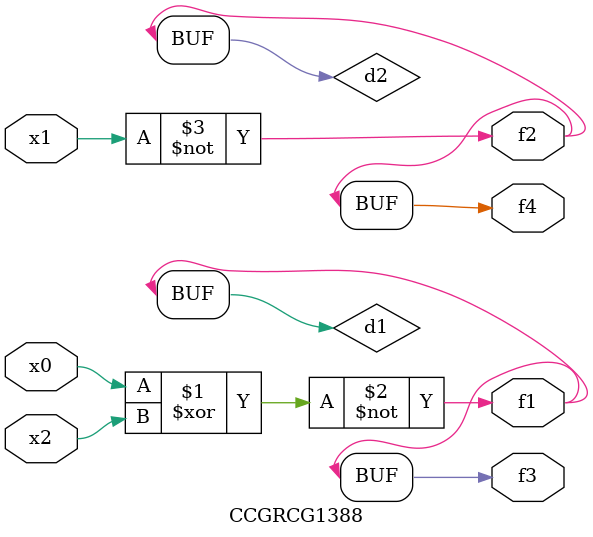
<source format=v>
module CCGRCG1388(
	input x0, x1, x2,
	output f1, f2, f3, f4
);

	wire d1, d2, d3;

	xnor (d1, x0, x2);
	nand (d2, x1);
	nor (d3, x1, x2);
	assign f1 = d1;
	assign f2 = d2;
	assign f3 = d1;
	assign f4 = d2;
endmodule

</source>
